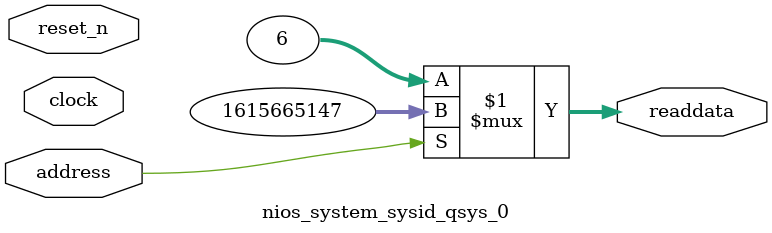
<source format=v>



// synthesis translate_off
`timescale 1ns / 1ps
// synthesis translate_on

// turn off superfluous verilog processor warnings 
// altera message_level Level1 
// altera message_off 10034 10035 10036 10037 10230 10240 10030 

module nios_system_sysid_qsys_0 (
               // inputs:
                address,
                clock,
                reset_n,

               // outputs:
                readdata
             )
;

  output  [ 31: 0] readdata;
  input            address;
  input            clock;
  input            reset_n;

  wire    [ 31: 0] readdata;
  //control_slave, which is an e_avalon_slave
  assign readdata = address ? 1615665147 : 6;

endmodule



</source>
